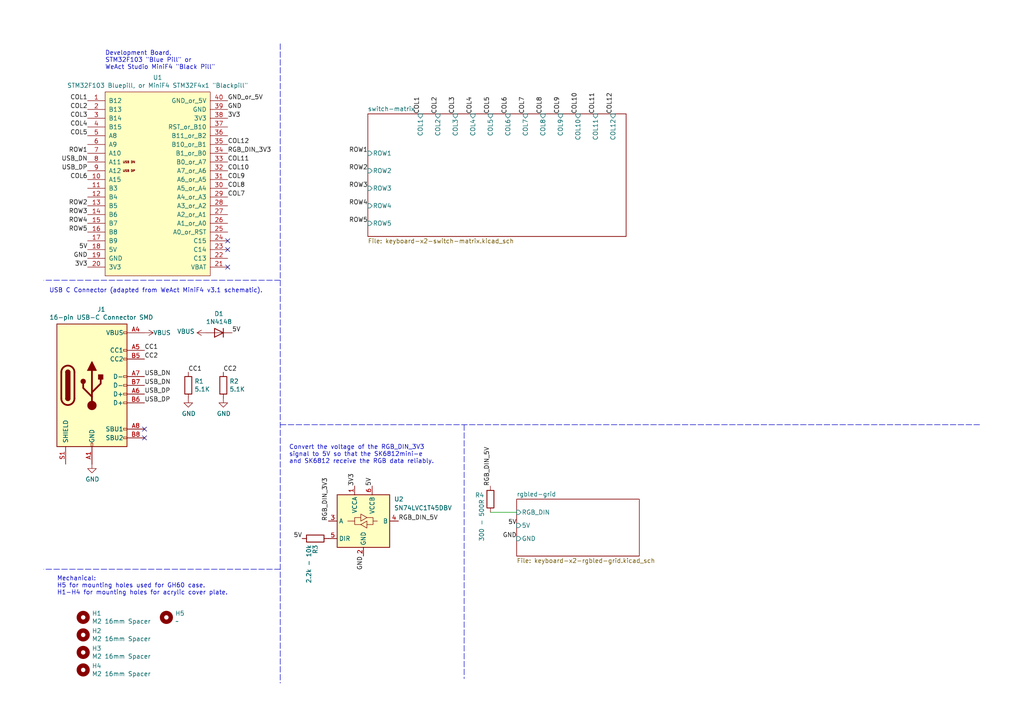
<source format=kicad_sch>
(kicad_sch (version 20211123) (generator eeschema)
  (paper "A4")
  (title_block (title "X-2, ARM-Devboard variant of peej's Lumberjack, Fancy") (date "2022-07-02") (rev "2022.1") (company "Richard Goulter (github.com/rgoulter)") (comment 1 "Feature: 4x WS2812B RGB LEDs.") (comment 2 "Feature: an External USB-C connector.") (comment 3 "Uses pads common to both the Bluepill devboard and the WeAct MiniF4.") (comment 4 "Keyboard PCB; 12x5 matrix."))
  (lib_symbols
    (symbol "Connector:USB_C_Receptacle_USB2.0" (pin_names (offset 1.016))
      (property "Reference" "J" (at -10.16 19.05 0))
      (property "Value" "USB_C_Receptacle_USB2.0" (at 19.05 19.05 0))
      (symbol "USB_C_Receptacle_USB2.0_0_0"
        (rectangle (start -0.254 -17.78) (end 0.254 -16.764))
        (rectangle (start 10.16 -14.986) (end 9.144 -15.494))
        (rectangle (start 10.16 -12.446) (end 9.144 -12.954))
        (rectangle (start 10.16 -4.826) (end 9.144 -5.334))
        (rectangle (start 10.16 -2.286) (end 9.144 -2.794))
        (rectangle (start 10.16 0.254) (end 9.144 -0.254))
        (rectangle (start 10.16 2.794) (end 9.144 2.286))
        (rectangle (start 10.16 7.874) (end 9.144 7.366))
        (rectangle (start 10.16 10.414) (end 9.144 9.906))
        (rectangle (start 10.16 15.494) (end 9.144 14.986))
      )
      (symbol "USB_C_Receptacle_USB2.0_0_1"
        (rectangle (start -10.16 17.78) (end 10.16 -17.78) (stroke (width 0.254)) (fill (type background)))
        (arc (start -8.89 -3.81) (mid -6.985 -5.715) (end -5.08 -3.81) (stroke (width 0.508)))
        (arc (start -7.62 -3.81) (mid -6.985 -4.445) (end -6.35 -3.81) (stroke (width 0.254)))
        (arc (start -7.62 -3.81) (mid -6.985 -4.445) (end -6.35 -3.81) (stroke (width 0.254)) (fill (type outline)))
        (rectangle (start -7.62 -3.81) (end -6.35 3.81) (stroke (width 0.254)) (fill (type outline)))
        (arc (start -6.35 3.81) (mid -6.985 4.445) (end -7.62 3.81) (stroke (width 0.254)))
        (arc (start -6.35 3.81) (mid -6.985 4.445) (end -7.62 3.81) (stroke (width 0.254)) (fill (type outline)))
        (arc (start -5.08 3.81) (mid -6.985 5.715) (end -8.89 3.81) (stroke (width 0.508)))
        (circle (center -2.54 1.143) (radius 0.635) (stroke (width 0.254)) (fill (type outline)))
        (circle (center 0 -5.842) (radius 1.27) (fill (type outline)))
        (polyline (pts (xy -8.89 -3.81) (xy -8.89 3.81)) (stroke (width 0.508)))
        (polyline (pts (xy -5.08 3.81) (xy -5.08 -3.81)) (stroke (width 0.508)))
        (polyline (pts (xy 0 -5.842) (xy 0 4.318)) (stroke (width 0.508)))
        (polyline (pts (xy 0 -3.302) (xy -2.54 -0.762) (xy -2.54 0.508)) (stroke (width 0.508)))
        (polyline (pts (xy 0 -2.032) (xy 2.54 0.508) (xy 2.54 1.778)) (stroke (width 0.508)))
        (polyline (pts (xy -1.27 4.318) (xy 0 6.858) (xy 1.27 4.318) (xy -1.27 4.318)) (stroke (width 0.254)) (fill (type outline)))
        (rectangle (start 1.905 1.778) (end 3.175 3.048) (stroke (width 0.254)) (fill (type outline)))
      )
      (symbol "USB_C_Receptacle_USB2.0_1_1"
        (pin passive line (at 0 -22.86 90) (length 5.08) (name "GND") (number "A1"))
        (pin passive line (at 0 -22.86 90) (length 5.08) hide (name "GND") (number "A12"))
        (pin passive line (at 15.24 15.24 180) (length 5.08) (name "VBUS") (number "A4"))
        (pin bidirectional line (at 15.24 10.16 180) (length 5.08) (name "CC1") (number "A5"))
        (pin bidirectional line (at 15.24 -2.54 180) (length 5.08) (name "D+") (number "A6"))
        (pin bidirectional line (at 15.24 2.54 180) (length 5.08) (name "D-") (number "A7"))
        (pin bidirectional line (at 15.24 -12.7 180) (length 5.08) (name "SBU1") (number "A8"))
        (pin passive line (at 15.24 15.24 180) (length 5.08) hide (name "VBUS") (number "A9"))
        (pin passive line (at 0 -22.86 90) (length 5.08) hide (name "GND") (number "B1"))
        (pin passive line (at 0 -22.86 90) (length 5.08) hide (name "GND") (number "B12"))
        (pin passive line (at 15.24 15.24 180) (length 5.08) hide (name "VBUS") (number "B4"))
        (pin bidirectional line (at 15.24 7.62 180) (length 5.08) (name "CC2") (number "B5"))
        (pin bidirectional line (at 15.24 -5.08 180) (length 5.08) (name "D+") (number "B6"))
        (pin bidirectional line (at 15.24 0 180) (length 5.08) (name "D-") (number "B7"))
        (pin bidirectional line (at 15.24 -15.24 180) (length 5.08) (name "SBU2") (number "B8"))
        (pin passive line (at 15.24 15.24 180) (length 5.08) hide (name "VBUS") (number "B9"))
        (pin passive line (at -7.62 -22.86 90) (length 5.08) (name "SHIELD") (number "S1"))
      )
    )
    (symbol "Device:D" (pin_numbers hide) (pin_names (offset 1.016) hide)
      (property "Reference" "D" (at 0 2.54 0))
      (property "Value" "D" (at 0 -2.54 0))
      (symbol "D_0_1"
        (polyline (pts (xy -1.27 1.27) (xy -1.27 -1.27)) (stroke (width 0.254)))
        (polyline (pts (xy 1.27 0) (xy -1.27 0)))
        (polyline (pts (xy 1.27 1.27) (xy 1.27 -1.27) (xy -1.27 0) (xy 1.27 1.27)) (stroke (width 0.254)))
      )
      (symbol "D_1_1"
        (pin passive line (at -3.81 0 0) (length 2.54) (name "K") (number "1"))
        (pin passive line (at 3.81 0 180) (length 2.54) (name "A") (number "2"))
      )
    )
    (symbol "Device:R" (pin_numbers hide) (pin_names (offset 0))
      (property "Reference" "R" (at 2.032 0 90))
      (property "Value" "R" (at 0 0 90))
      (symbol "R_0_1"
        (rectangle (start -1.016 -2.54) (end 1.016 2.54) (stroke (width 0.254)))
      )
      (symbol "R_1_1"
        (pin passive line (at 0 3.81 270) (length 1.27) (name "~") (number "1"))
        (pin passive line (at 0 -3.81 90) (length 1.27) (name "~") (number "2"))
      )
    )
    (symbol "Logic_LevelTranslator:SN74LVC1T45DBV"
      (property "Reference" "U" (at -6.35 8.89 0))
      (property "Value" "SN74LVC1T45DBV" (at 3.81 8.89 0))
      (symbol "SN74LVC1T45DBV_0_1"
        (rectangle (start -7.62 7.62) (end 7.62 -7.62) (stroke (width 0.254)) (fill (type background)))
        (polyline (pts (xy -2.54 0) (xy -2.54 1.016) (xy -0.762 1.016)))
        (polyline (pts (xy 2.794 0) (xy 2.794 -1.016) (xy 1.016 -1.016)))
        (polyline (pts (xy -0.762 -1.016) (xy -2.54 -1.016) (xy -2.54 0) (xy -4.572 0)))
        (polyline (pts (xy -0.762 0) (xy -0.762 2.032) (xy 1.016 1.016) (xy -0.762 0)))
        (polyline (pts (xy 1.016 1.016) (xy 2.794 1.016) (xy 2.794 0) (xy 4.064 0)))
        (polyline (pts (xy 1.016 0) (xy 1.016 -1.778) (xy 1.016 -2.032) (xy -0.762 -1.016) (xy 1.016 0)))
      )
      (symbol "SN74LVC1T45DBV_1_1"
        (pin power_in line (at -2.54 10.16 270) (length 2.54) (name "VCCA") (number "1"))
        (pin power_in line (at 0 -10.16 90) (length 2.54) (name "GND") (number "2"))
        (pin bidirectional line (at -10.16 0 0) (length 2.54) (name "A") (number "3"))
        (pin bidirectional line (at 10.16 0 180) (length 2.54) (name "B") (number "4"))
        (pin input line (at -10.16 -5.08 0) (length 2.54) (name "DIR") (number "5"))
        (pin power_in line (at 2.54 10.16 270) (length 2.54) (name "VCCB") (number "6"))
      )
    )
    (symbol "Mechanical:MountingHole" (pin_names (offset 1.016))
      (property "Reference" "H" (at 0 5.08 0))
      (property "Value" "MountingHole" (at 0 3.175 0))
      (symbol "MountingHole_0_1"
        (circle (center 0 0) (radius 1.27) (stroke (width 1.27)))
      )
    )
    (symbol "ProjectLocal:BluePill_or_MiniF4_DIP40" (pin_names (offset 1.016))
      (property "Reference" "U" (at -12.7 27.94 0))
      (property "Value" "BluePill_or_MiniF4_DIP40" (at -2.54 1.27 90))
      (symbol "BluePill_or_MiniF4_DIP40_0_0"
        (text "USB DN" (at -10.16 5.08 0) (effects (font (size 0.6096 0.6096)) (justify left)))
        (text "USB DP" (at -10.16 2.54 0) (effects (font (size 0.6096 0.6096)) (justify left)))
      )
      (symbol "BluePill_or_MiniF4_DIP40_0_1"
        (rectangle (start -15.24 25.4) (end 15.24 -27.94) (fill (type background)))
      )
      (symbol "BluePill_or_MiniF4_DIP40_1_1"
        (pin bidirectional line (at -20.32 22.86 0) (length 5.08) (name "B12") (number "1"))
        (pin bidirectional line (at -20.32 0 0) (length 5.08) (name "A15") (number "10"))
        (pin bidirectional line (at -20.32 -2.54 0) (length 5.08) (name "B3") (number "11"))
        (pin bidirectional line (at -20.32 -5.08 0) (length 5.08) (name "B4") (number "12"))
        (pin bidirectional line (at -20.32 -7.62 0) (length 5.08) (name "B5") (number "13"))
        (pin bidirectional line (at -20.32 -10.16 0) (length 5.08) (name "B6") (number "14"))
        (pin bidirectional line (at -20.32 -12.7 0) (length 5.08) (name "B7") (number "15"))
        (pin bidirectional line (at -20.32 -15.24 0) (length 5.08) (name "B8") (number "16"))
        (pin bidirectional line (at -20.32 -17.78 0) (length 5.08) (name "B9") (number "17"))
        (pin power_out line (at -20.32 -20.32 0) (length 5.08) (name "5V") (number "18"))
        (pin power_out line (at -20.32 -22.86 0) (length 5.08) (name "GND") (number "19"))
        (pin bidirectional line (at -20.32 20.32 0) (length 5.08) (name "B13") (number "2"))
        (pin power_out line (at -20.32 -25.4 0) (length 5.08) (name "3V3") (number "20"))
        (pin power_out line (at 20.32 -25.4 180) (length 5.08) (name "VBAT") (number "21"))
        (pin bidirectional line (at 20.32 -22.86 180) (length 5.08) (name "C13") (number "22"))
        (pin bidirectional line (at 20.32 -20.32 180) (length 5.08) (name "C14") (number "23"))
        (pin bidirectional line (at 20.32 -17.78 180) (length 5.08) (name "C15") (number "24"))
        (pin input line (at 20.32 -15.24 180) (length 5.08) (name "A0_or_RST") (number "25"))
        (pin bidirectional line (at 20.32 -12.7 180) (length 5.08) (name "A1_or_A0") (number "26"))
        (pin bidirectional line (at 20.32 -10.16 180) (length 5.08) (name "A2_or_A1") (number "27"))
        (pin bidirectional line (at 20.32 -7.62 180) (length 5.08) (name "A3_or_A2") (number "28"))
        (pin bidirectional line (at 20.32 -5.08 180) (length 5.08) (name "A4_or_A3") (number "29"))
        (pin bidirectional line (at -20.32 17.78 0) (length 5.08) (name "B14") (number "3"))
        (pin bidirectional line (at 20.32 -2.54 180) (length 5.08) (name "A5_or_A4") (number "30"))
        (pin bidirectional line (at 20.32 0 180) (length 5.08) (name "A6_or_A5") (number "31"))
        (pin bidirectional line (at 20.32 2.54 180) (length 5.08) (name "A7_or_A6") (number "32"))
        (pin bidirectional line (at 20.32 5.08 180) (length 5.08) (name "B0_or_A7") (number "33"))
        (pin bidirectional line (at 20.32 7.62 180) (length 5.08) (name "B1_or_B0") (number "34"))
        (pin bidirectional line (at 20.32 10.16 180) (length 5.08) (name "B10_or_B1") (number "35"))
        (pin bidirectional line (at 20.32 12.7 180) (length 5.08) (name "B11_or_B2") (number "36"))
        (pin bidirectional line (at 20.32 15.24 180) (length 5.08) (name "RST_or_B10") (number "37"))
        (pin power_out line (at 20.32 17.78 180) (length 5.08) (name "3V3") (number "38"))
        (pin power_out line (at 20.32 20.32 180) (length 5.08) (name "GND") (number "39"))
        (pin bidirectional line (at -20.32 15.24 0) (length 5.08) (name "B15") (number "4"))
        (pin power_out line (at 20.32 22.86 180) (length 5.08) (name "GND_or_5V") (number "40"))
        (pin bidirectional line (at -20.32 12.7 0) (length 5.08) (name "A8") (number "5"))
        (pin bidirectional line (at -20.32 10.16 0) (length 5.08) (name "A9") (number "6"))
        (pin bidirectional line (at -20.32 7.62 0) (length 5.08) (name "A10") (number "7"))
        (pin bidirectional line (at -20.32 5.08 0) (length 5.08) (name "A11") (number "8"))
        (pin bidirectional line (at -20.32 2.54 0) (length 5.08) (name "A12") (number "9"))
      )
    )
    (symbol "power:GND" (power) (pin_names (offset 0))
      (property "Value" "GND" (at 0 -3.81 0))
      (symbol "GND_0_1"
        (polyline (pts (xy 0 0) (xy 0 -1.27) (xy 1.27 -1.27) (xy 0 -2.54) (xy -1.27 -1.27) (xy 0 -1.27)))
      )
      (symbol "GND_1_1"
        (pin power_in line (at 0 0 270) (length 0) hide (name "GND") (number "1"))
      )
    )
    (symbol "power:VBUS" (power) (pin_names (offset 0))
      (property "Value" "VBUS" (at 0 3.81 0))
      (symbol "VBUS_0_1"
        (polyline (pts (xy -0.762 1.27) (xy 0 2.54)))
        (polyline (pts (xy 0 0) (xy 0 2.54)))
        (polyline (pts (xy 0 2.54) (xy 0.762 1.27)))
      )
      (symbol "VBUS_1_1"
        (pin power_in line (at 0 0 90) (length 0) hide (name "VBUS") (number "1"))
      )
    )
  )
  (no_connect (at 66.04 77.47))
  (no_connect (at 41.91 124.46))
  (no_connect (at 66.04 69.85))
  (no_connect (at 41.91 127))
  (no_connect (at 66.04 72.39))
  (polyline (pts (xy 81.28 165.1) (xy 12.7 165.1)))
  (polyline (pts (xy 81.28 81.28) (xy 12.7 81.28)))
  (polyline (pts (xy 134.62 123.19) (xy 134.62 196.85)))
  (polyline (pts (xy 81.28 12.7) (xy 81.28 198.12)))
  (polyline (pts (xy 81.28 123.19) (xy 284.48 123.19)))
  (wire (pts (xy 142.24 148.59) (xy 149.86 148.59)))
  (text "USB C Connector (adapted from WeAct MiniF4 v3.1 schematic)." (at 76.2 85.09 0) (effects (font (size 1.27 1.27)) (justify right bottom)))
  (text "Convert the voltage of the RGB_DIN_3V3\nsignal to 5V so that the SK6812mini-e\nand SK6812 receive the RGB data reliably." (at 83.82 134.62 0) (effects (font (size 1.27 1.27)) (justify left bottom)))
  (text "Development Board,\nSTM32F103 \"Blue Pill\" or\nWeAct Studio MiniF4 \"Black Pill\"" (at 30.48 20.32 0) (effects (font (size 1.27 1.27)) (justify left bottom)))
  (text "Mechanical:\nH5 for mounting holes used for GH60 case.\nH1-H4 for mounting holes for acrylic cover plate." (at 16.51 172.72 0) (effects (font (size 1.27 1.27)) (justify left bottom)))
  (label "COL11" (at 172.72 33.02 90))
  (label "USB_DP" (at 41.91 116.84 0))
  (label "GND" (at 25.4 74.93 180))
  (label "5V" (at 149.86 152.4 180))
  (label "RGB_DIN_5V" (at 115.57 151.13 0))
  (label "COL6" (at 147.32 33.02 90))
  (label "GND" (at 149.86 156.21 180))
  (label "CC2" (at 64.77 107.95 0))
  (label "COL1" (at 121.92 33.02 90))
  (label "COL4" (at 137.16 33.02 90))
  (label "COL7" (at 152.4 33.02 90))
  (label "GND" (at 66.04 31.75 0))
  (label "CC1" (at 41.91 101.6 0))
  (label "RGB_DIN_3V3" (at 66.04 44.45 0))
  (label "ROW5" (at 25.4 67.31 180))
  (label "USB_DN" (at 25.4 46.99 180))
  (label "ROW3" (at 25.4 62.23 180))
  (label "ROW3" (at 106.68 54.61 180))
  (label "ROW1" (at 106.68 44.45 180))
  (label "3V3" (at 25.4 77.47 180))
  (label "ROW4" (at 106.68 59.69 180))
  (label "5V" (at 25.4 72.39 180))
  (label "5V" (at 67.31 96.52 0))
  (label "COL1" (at 25.4 29.21 180))
  (label "RGB_DIN_3V3" (at 95.25 151.13 90))
  (label "USB_DP" (at 25.4 49.53 180))
  (label "RGB_DIN_5V" (at 142.24 140.97 90))
  (label "COL5" (at 142.24 33.02 90))
  (label "ROW2" (at 25.4 59.69 180))
  (label "COL7" (at 66.04 57.15 0))
  (label "COL10" (at 66.04 49.53 0))
  (label "COL4" (at 25.4 36.83 180))
  (label "5V" (at 107.95 140.97 90))
  (label "COL3" (at 132.08 33.02 90))
  (label "ROW2" (at 106.68 49.53 180))
  (label "USB_DN" (at 41.91 109.22 0))
  (label "USB_DN" (at 41.91 111.76 0))
  (label "CC2" (at 41.91 104.14 0))
  (label "ROW1" (at 25.4 44.45 180))
  (label "CC1" (at 54.61 107.95 0))
  (label "ROW5" (at 106.68 64.77 180))
  (label "COL9" (at 66.04 52.07 0))
  (label "COL2" (at 25.4 31.75 180))
  (label "3V3" (at 102.87 140.97 90))
  (label "5V" (at 87.63 156.21 180))
  (label "COL12" (at 66.04 41.91 0))
  (label "COL6" (at 25.4 52.07 180))
  (label "COL2" (at 127 33.02 90))
  (label "ROW4" (at 25.4 64.77 180))
  (label "COL8" (at 157.48 33.02 90))
  (label "COL3" (at 25.4 34.29 180))
  (label "3V3" (at 66.04 34.29 0))
  (label "COL12" (at 177.8 33.02 90))
  (label "USB_DP" (at 41.91 114.3 0))
  (label "COL5" (at 25.4 39.37 180))
  (label "COL8" (at 66.04 54.61 0))
  (label "COL9" (at 162.56 33.02 90))
  (label "GND_or_5V" (at 66.04 29.21 0))
  (label "GND" (at 105.41 161.29 270))
  (label "COL10" (at 167.64 33.02 90))
  (label "COL11" (at 66.04 46.99 0))
  (symbol (lib_id "Mechanical:MountingHole") (at 24.13 179.07 0) (unit 1)
    (property "Reference" "H1" (at 26.67 177.9016 0) (effects (justify left)))
    (property "Value" "M2 16mm Spacer" (at 26.67 180.213 0) (effects (justify left)))
    (property "Footprint" "MountingHole:MountingHole_2.2mm_M2_DIN965_Pad" (effects hide))
    (property "Description" "Acrylic Cover Mounting Hole" (effects hide))
  )
  (symbol (lib_id "Mechanical:MountingHole") (at 24.13 184.15 0) (unit 1)
    (property "Reference" "H2" (at 26.67 182.9816 0) (effects (justify left)))
    (property "Value" "M2 16mm Spacer" (at 26.67 185.293 0) (effects (justify left)))
    (property "Footprint" "MountingHole:MountingHole_2.2mm_M2_DIN965_Pad" (effects hide))
    (property "Description" "Acrylic Cover Mounting Hole" (effects hide))
  )
  (symbol (lib_id "Mechanical:MountingHole") (at 24.13 189.23 0) (unit 1)
    (property "Reference" "H3" (at 26.67 188.0616 0) (effects (justify left)))
    (property "Value" "M2 16mm Spacer" (at 26.67 190.373 0) (effects (justify left)))
    (property "Footprint" "MountingHole:MountingHole_2.2mm_M2_DIN965_Pad" (effects hide))
    (property "Description" "Acrylic Cover Mounting Hole" (effects hide))
  )
  (symbol (lib_id "Mechanical:MountingHole") (at 24.13 194.31 0) (unit 1)
    (property "Reference" "H4" (at 26.67 193.1416 0) (effects (justify left)))
    (property "Value" "M2 16mm Spacer" (at 26.67 195.453 0) (effects (justify left)))
    (property "Footprint" "MountingHole:MountingHole_2.2mm_M2_DIN965_Pad" (effects hide))
    (property "Description" "Acrylic Cover Mounting Hole" (effects hide))
  )
  (symbol (lib_id "Mechanical:MountingHole") (at 48.26 179.07 0) (unit 1)
    (property "Reference" "H5" (at 50.8 177.9016 0) (effects (justify left)))
    (property "Value" "~" (at 50.8 180.213 0) (effects (justify left)))
    (property "Footprint" "ProjectLocal:H_M2_GH60_MountingHole" (effects hide))
    (property "Description" "GH-60 Case Mounting Hole" (effects hide))
  )
  (symbol (lib_id "Logic_LevelTranslator:SN74LVC1T45DBV") (at 105.41 151.13 0) (unit 1)
    (property "Reference" "U2" (at 114.3 144.78 0) (effects (justify left)))
    (property "Value" "SN74LVC1T45DBV" (at 114.3 147.32 0) (effects (justify left)))
    (property "Footprint" "Package_TO_SOT_SMD:SOT-23-6_Handsoldering" (effects hide))
    (property "Datasheet" "http://www.ti.com/lit/ds/symlink/sn74lvc1t45.pdf" (effects hide))
    (property "Description" "Logic Level Shifter" (effects hide))
  )
  (symbol (lib_id "Device:R") (at 91.44 156.21 270) (unit 1)
    (property "Reference" "R3" (at 91.44 157.988 0) (effects (justify left)))
    (property "Value" "2.2k - 10k" (at 90.297 157.988 0) (effects (justify left top)))
    (property "Footprint" "ProjectLocal:Resistor-Hybrid" (effects hide))
    (property "Description" "Resistor (1/4W through-hole, or 0805)" (effects hide))
  )
  (symbol (lib_id "Device:R") (at 142.24 144.78 0) (unit 1)
    (property "Reference" "R4" (at 140.462 143.6116 0) (effects (justify right)))
    (property "Value" "300 - 500R" (at 139.7 144.78 90) (effects (justify right)))
    (property "Footprint" "ProjectLocal:Resistor-Hybrid" (effects hide))
    (property "Description" "Resistor (1/4W through-hole, or 0805)" (effects hide))
  )
  (symbol (lib_id "ProjectLocal:BluePill_or_MiniF4_DIP40") (at 45.72 52.07 0) (unit 1)
    (property "Reference" "U1" (at 45.72 22.479 0))
    (property "Value" "STM32F103 Bluepill, or MiniF4 STM32F4x1 \"Blackpill\"" (at 45.72 24.7904 0))
    (property "Footprint" "Package_DIP:DIP-40_W15.24mm_Socket" (effects hide))
    (property "Description" "DIP-40 STM32 Development Board" (effects hide))
    (property "Comment" "Ideally, use a DIP-40 socket with round pins, or cut down a SIP header with round pins" (effects hide))
  )
  (symbol (lib_id "Connector:USB_C_Receptacle_USB2.0") (at 26.67 111.76 0) (unit 1)
    (property "Reference" "J1" (at 29.3878 89.7382 0))
    (property "Value" "16-pin USB-C Connector SMD" (at 29.3878 92.0496 0))
    (property "Footprint" "Connector_USB:USB_C_Receptacle_XKB_U262-16XN-4BVC11" (effects hide))
    (property "Datasheet" "https://www.usb.org/sites/default/files/documents/usb_type-c.zip" (effects hide))
    (property "Description" "USB-C Connector" (effects hide))
  )
  (symbol (lib_id "Device:D") (at 63.5 96.52 180) (unit 1)
    (property "Reference" "D1" (at 63.5 91.0082 0))
    (property "Value" "1N4148" (at 63.5 93.3196 0))
    (property "Footprint" "Keebio-Parts:Diode-dual" (effects hide))
    (property "Description" "Diode (Through-hole or 0805)" (effects hide))
  )
  (symbol (lib_id "Device:R") (at 54.61 111.76 0) (unit 1)
    (property "Reference" "R1" (at 56.388 110.5916 0) (effects (justify left)))
    (property "Value" "5.1K" (at 56.388 112.903 0) (effects (justify left)))
    (property "Footprint" "ProjectLocal:Resistor-Hybrid" (effects hide))
    (property "Description" "Resistor (1/4W through-hole, or 0805)" (effects hide))
  )
  (symbol (lib_id "Device:R") (at 64.77 111.76 0) (unit 1)
    (property "Reference" "R2" (at 66.548 110.5916 0) (effects (justify left)))
    (property "Value" "5.1K" (at 66.548 112.903 0) (effects (justify left)))
    (property "Footprint" "ProjectLocal:Resistor-Hybrid" (effects hide))
    (property "Description" "Resistor (1/4W through-hole, or 0805)" (effects hide))
  )
  (symbol (lib_id "power:GND") (at 26.67 134.62 0) (unit 1)
    (property "Reference" "#PWR0101" (effects hide))
    (property "Value" "GND" (at 26.797 139.0142 0))
  )
  (symbol (lib_id "power:VBUS") (at 41.91 96.52 270) (unit 1)
    (property "Reference" "#PWR0102" (effects hide))
    (property "Value" "VBUS" (at 46.99 96.52 90))
  )
  (symbol (lib_id "power:VBUS") (at 59.69 96.52 90) (unit 1)
    (property "Reference" "#PWR0103" (effects hide))
    (property "Value" "VBUS" (at 56.4642 96.139 90) (effects (justify left)))
  )
  (symbol (lib_id "power:GND") (at 54.61 115.57 0) (unit 1)
    (property "Reference" "#PWR0104" (effects hide))
    (property "Value" "GND" (at 54.737 119.9642 0))
  )
  (symbol (lib_id "power:GND") (at 64.77 115.57 0) (unit 1)
    (property "Reference" "#PWR0105" (effects hide))
    (property "Value" "GND" (at 64.897 119.9642 0))
  )
  (sheet (at 149.86 144.78) (size 35.56 16.51) (stroke (width 0.1524))
    (property "Sheet name" "rgbled-grid" (at 149.86 144.0684 0) (effects (justify left bottom)))
    (property "Sheet file" "keyboard-x2-rgbled-grid.kicad_sch" (at 149.86 161.8746 0) (effects (justify left top)))
    (pin "RGB_DIN" input (at 149.86 148.59 180))
    (pin "5V" input (at 149.86 152.4 180))
    (pin "GND" input (at 149.86 156.21 180))
  )
  (sheet (at 106.68 33.02) (size 74.93 35.56) (stroke (width 0.1524))
    (property "Sheet name" "switch-matrix" (at 106.68 32.3084 0) (effects (justify left bottom)))
    (property "Sheet file" "keyboard-x2-switch-matrix.kicad_sch" (at 106.68 69.1646 0) (effects (justify left top)))
    (pin "COL1" input (at 121.92 33.02 90))
    (pin "ROW1" input (at 106.68 44.45 180))
    (pin "COL5" input (at 142.24 33.02 90))
    (pin "COL4" input (at 137.16 33.02 90))
    (pin "COL7" input (at 152.4 33.02 90))
    (pin "COL6" input (at 147.32 33.02 90))
    (pin "COL2" input (at 127 33.02 90))
    (pin "COL3" input (at 132.08 33.02 90))
    (pin "ROW3" input (at 106.68 54.61 180))
    (pin "ROW4" input (at 106.68 59.69 180))
    (pin "ROW5" input (at 106.68 64.77 180))
    (pin "ROW2" input (at 106.68 49.53 180))
    (pin "COL9" input (at 162.56 33.02 90))
    (pin "COL8" input (at 157.48 33.02 90))
    (pin "COL11" input (at 172.72 33.02 90))
    (pin "COL10" input (at 167.64 33.02 90))
    (pin "COL12" input (at 177.8 33.02 90))
  )
)
</source>
